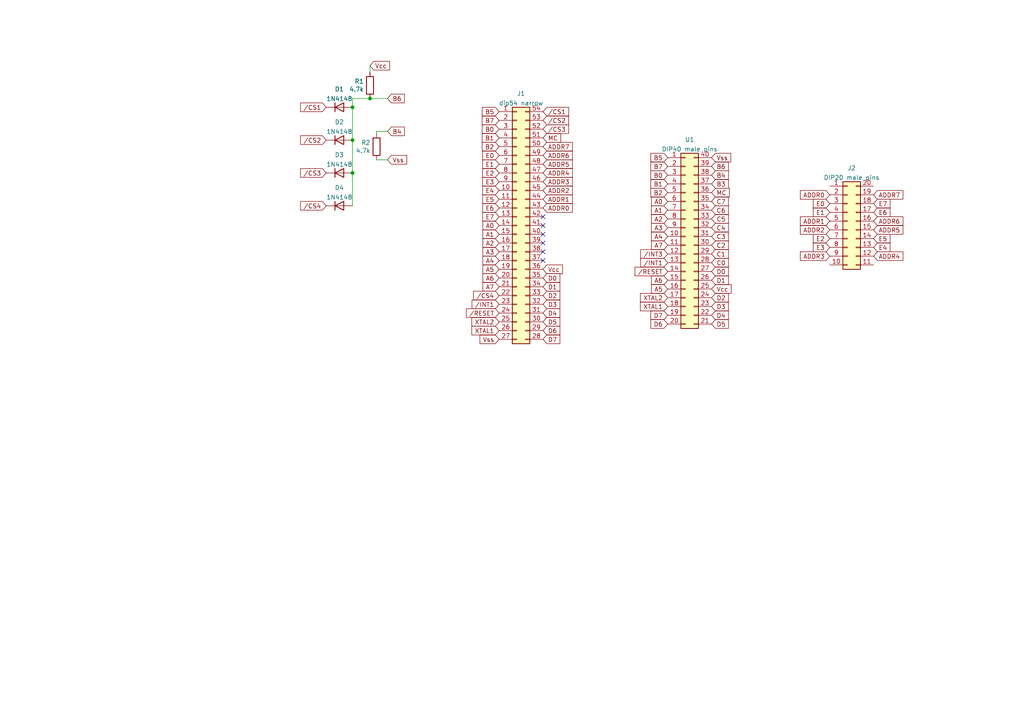
<source format=kicad_sch>
(kicad_sch (version 20211123) (generator eeschema)
  (paper "A4")
  (lib_symbols
    (symbol "Connector_Generic:Conn_02x10_Counter_Clockwise" (pin_names (offset 1.016) hide)
      (property "Reference" "J" (at 1.27 12.7 0))
      (property "Value" "Conn_02x10_Counter_Clockwise" (at 1.27 -15.24 0))
      (symbol "Conn_02x10_Counter_Clockwise_1_1"
        (rectangle (start -1.27 -12.573) (end 0 -12.827) (stroke (width 0.1524)))
        (rectangle (start -1.27 -10.033) (end 0 -10.287) (stroke (width 0.1524)))
        (rectangle (start -1.27 -7.493) (end 0 -7.747) (stroke (width 0.1524)))
        (rectangle (start -1.27 -4.953) (end 0 -5.207) (stroke (width 0.1524)))
        (rectangle (start -1.27 -2.413) (end 0 -2.667) (stroke (width 0.1524)))
        (rectangle (start -1.27 0.127) (end 0 -0.127) (stroke (width 0.1524)))
        (rectangle (start -1.27 2.667) (end 0 2.413) (stroke (width 0.1524)))
        (rectangle (start -1.27 5.207) (end 0 4.953) (stroke (width 0.1524)))
        (rectangle (start -1.27 7.747) (end 0 7.493) (stroke (width 0.1524)))
        (rectangle (start -1.27 10.287) (end 0 10.033) (stroke (width 0.1524)))
        (rectangle (start -1.27 11.43) (end 3.81 -13.97) (stroke (width 0.254)) (fill (type background)))
        (rectangle (start 3.81 -12.573) (end 2.54 -12.827) (stroke (width 0.1524)))
        (rectangle (start 3.81 -10.033) (end 2.54 -10.287) (stroke (width 0.1524)))
        (rectangle (start 3.81 -7.493) (end 2.54 -7.747) (stroke (width 0.1524)))
        (rectangle (start 3.81 -4.953) (end 2.54 -5.207) (stroke (width 0.1524)))
        (rectangle (start 3.81 -2.413) (end 2.54 -2.667) (stroke (width 0.1524)))
        (rectangle (start 3.81 0.127) (end 2.54 -0.127) (stroke (width 0.1524)))
        (rectangle (start 3.81 2.667) (end 2.54 2.413) (stroke (width 0.1524)))
        (rectangle (start 3.81 5.207) (end 2.54 4.953) (stroke (width 0.1524)))
        (rectangle (start 3.81 7.747) (end 2.54 7.493) (stroke (width 0.1524)))
        (rectangle (start 3.81 10.287) (end 2.54 10.033) (stroke (width 0.1524)))
        (pin passive line (at -5.08 10.16 0) (length 3.81) (name "Pin_1") (number "1"))
        (pin passive line (at -5.08 -12.7 0) (length 3.81) (name "Pin_10") (number "10"))
        (pin passive line (at 7.62 -12.7 180) (length 3.81) (name "Pin_11") (number "11"))
        (pin passive line (at 7.62 -10.16 180) (length 3.81) (name "Pin_12") (number "12"))
        (pin passive line (at 7.62 -7.62 180) (length 3.81) (name "Pin_13") (number "13"))
        (pin passive line (at 7.62 -5.08 180) (length 3.81) (name "Pin_14") (number "14"))
        (pin passive line (at 7.62 -2.54 180) (length 3.81) (name "Pin_15") (number "15"))
        (pin passive line (at 7.62 0 180) (length 3.81) (name "Pin_16") (number "16"))
        (pin passive line (at 7.62 2.54 180) (length 3.81) (name "Pin_17") (number "17"))
        (pin passive line (at 7.62 5.08 180) (length 3.81) (name "Pin_18") (number "18"))
        (pin passive line (at 7.62 7.62 180) (length 3.81) (name "Pin_19") (number "19"))
        (pin passive line (at -5.08 7.62 0) (length 3.81) (name "Pin_2") (number "2"))
        (pin passive line (at 7.62 10.16 180) (length 3.81) (name "Pin_20") (number "20"))
        (pin passive line (at -5.08 5.08 0) (length 3.81) (name "Pin_3") (number "3"))
        (pin passive line (at -5.08 2.54 0) (length 3.81) (name "Pin_4") (number "4"))
        (pin passive line (at -5.08 0 0) (length 3.81) (name "Pin_5") (number "5"))
        (pin passive line (at -5.08 -2.54 0) (length 3.81) (name "Pin_6") (number "6"))
        (pin passive line (at -5.08 -5.08 0) (length 3.81) (name "Pin_7") (number "7"))
        (pin passive line (at -5.08 -7.62 0) (length 3.81) (name "Pin_8") (number "8"))
        (pin passive line (at -5.08 -10.16 0) (length 3.81) (name "Pin_9") (number "9"))
      )
    )
    (symbol "Connector_Generic:Conn_02x20_Counter_Clockwise" (pin_names (offset 1.016) hide)
      (property "Reference" "J" (at 1.27 25.4 0))
      (property "Value" "Conn_02x20_Counter_Clockwise" (at 1.27 -27.94 0))
      (symbol "Conn_02x20_Counter_Clockwise_1_1"
        (rectangle (start -1.27 -25.273) (end 0 -25.527) (stroke (width 0.1524)))
        (rectangle (start -1.27 -22.733) (end 0 -22.987) (stroke (width 0.1524)))
        (rectangle (start -1.27 -20.193) (end 0 -20.447) (stroke (width 0.1524)))
        (rectangle (start -1.27 -17.653) (end 0 -17.907) (stroke (width 0.1524)))
        (rectangle (start -1.27 -15.113) (end 0 -15.367) (stroke (width 0.1524)))
        (rectangle (start -1.27 -12.573) (end 0 -12.827) (stroke (width 0.1524)))
        (rectangle (start -1.27 -10.033) (end 0 -10.287) (stroke (width 0.1524)))
        (rectangle (start -1.27 -7.493) (end 0 -7.747) (stroke (width 0.1524)))
        (rectangle (start -1.27 -4.953) (end 0 -5.207) (stroke (width 0.1524)))
        (rectangle (start -1.27 -2.413) (end 0 -2.667) (stroke (width 0.1524)))
        (rectangle (start -1.27 0.127) (end 0 -0.127) (stroke (width 0.1524)))
        (rectangle (start -1.27 2.667) (end 0 2.413) (stroke (width 0.1524)))
        (rectangle (start -1.27 5.207) (end 0 4.953) (stroke (width 0.1524)))
        (rectangle (start -1.27 7.747) (end 0 7.493) (stroke (width 0.1524)))
        (rectangle (start -1.27 10.287) (end 0 10.033) (stroke (width 0.1524)))
        (rectangle (start -1.27 12.827) (end 0 12.573) (stroke (width 0.1524)))
        (rectangle (start -1.27 15.367) (end 0 15.113) (stroke (width 0.1524)))
        (rectangle (start -1.27 17.907) (end 0 17.653) (stroke (width 0.1524)))
        (rectangle (start -1.27 20.447) (end 0 20.193) (stroke (width 0.1524)))
        (rectangle (start -1.27 22.987) (end 0 22.733) (stroke (width 0.1524)))
        (rectangle (start -1.27 24.13) (end 3.81 -26.67) (stroke (width 0.254)) (fill (type background)))
        (rectangle (start 3.81 -25.273) (end 2.54 -25.527) (stroke (width 0.1524)))
        (rectangle (start 3.81 -22.733) (end 2.54 -22.987) (stroke (width 0.1524)))
        (rectangle (start 3.81 -20.193) (end 2.54 -20.447) (stroke (width 0.1524)))
        (rectangle (start 3.81 -17.653) (end 2.54 -17.907) (stroke (width 0.1524)))
        (rectangle (start 3.81 -15.113) (end 2.54 -15.367) (stroke (width 0.1524)))
        (rectangle (start 3.81 -12.573) (end 2.54 -12.827) (stroke (width 0.1524)))
        (rectangle (start 3.81 -10.033) (end 2.54 -10.287) (stroke (width 0.1524)))
        (rectangle (start 3.81 -7.493) (end 2.54 -7.747) (stroke (width 0.1524)))
        (rectangle (start 3.81 -4.953) (end 2.54 -5.207) (stroke (width 0.1524)))
        (rectangle (start 3.81 -2.413) (end 2.54 -2.667) (stroke (width 0.1524)))
        (rectangle (start 3.81 0.127) (end 2.54 -0.127) (stroke (width 0.1524)))
        (rectangle (start 3.81 2.667) (end 2.54 2.413) (stroke (width 0.1524)))
        (rectangle (start 3.81 5.207) (end 2.54 4.953) (stroke (width 0.1524)))
        (rectangle (start 3.81 7.747) (end 2.54 7.493) (stroke (width 0.1524)))
        (rectangle (start 3.81 10.287) (end 2.54 10.033) (stroke (width 0.1524)))
        (rectangle (start 3.81 12.827) (end 2.54 12.573) (stroke (width 0.1524)))
        (rectangle (start 3.81 15.367) (end 2.54 15.113) (stroke (width 0.1524)))
        (rectangle (start 3.81 17.907) (end 2.54 17.653) (stroke (width 0.1524)))
        (rectangle (start 3.81 20.447) (end 2.54 20.193) (stroke (width 0.1524)))
        (rectangle (start 3.81 22.987) (end 2.54 22.733) (stroke (width 0.1524)))
        (pin passive line (at -5.08 22.86 0) (length 3.81) (name "Pin_1") (number "1"))
        (pin passive line (at -5.08 0 0) (length 3.81) (name "Pin_10") (number "10"))
        (pin passive line (at -5.08 -2.54 0) (length 3.81) (name "Pin_11") (number "11"))
        (pin passive line (at -5.08 -5.08 0) (length 3.81) (name "Pin_12") (number "12"))
        (pin passive line (at -5.08 -7.62 0) (length 3.81) (name "Pin_13") (number "13"))
        (pin passive line (at -5.08 -10.16 0) (length 3.81) (name "Pin_14") (number "14"))
        (pin passive line (at -5.08 -12.7 0) (length 3.81) (name "Pin_15") (number "15"))
        (pin passive line (at -5.08 -15.24 0) (length 3.81) (name "Pin_16") (number "16"))
        (pin passive line (at -5.08 -17.78 0) (length 3.81) (name "Pin_17") (number "17"))
        (pin passive line (at -5.08 -20.32 0) (length 3.81) (name "Pin_18") (number "18"))
        (pin passive line (at -5.08 -22.86 0) (length 3.81) (name "Pin_19") (number "19"))
        (pin passive line (at -5.08 20.32 0) (length 3.81) (name "Pin_2") (number "2"))
        (pin passive line (at -5.08 -25.4 0) (length 3.81) (name "Pin_20") (number "20"))
        (pin passive line (at 7.62 -25.4 180) (length 3.81) (name "Pin_21") (number "21"))
        (pin passive line (at 7.62 -22.86 180) (length 3.81) (name "Pin_22") (number "22"))
        (pin passive line (at 7.62 -20.32 180) (length 3.81) (name "Pin_23") (number "23"))
        (pin passive line (at 7.62 -17.78 180) (length 3.81) (name "Pin_24") (number "24"))
        (pin passive line (at 7.62 -15.24 180) (length 3.81) (name "Pin_25") (number "25"))
        (pin passive line (at 7.62 -12.7 180) (length 3.81) (name "Pin_26") (number "26"))
        (pin passive line (at 7.62 -10.16 180) (length 3.81) (name "Pin_27") (number "27"))
        (pin passive line (at 7.62 -7.62 180) (length 3.81) (name "Pin_28") (number "28"))
        (pin passive line (at 7.62 -5.08 180) (length 3.81) (name "Pin_29") (number "29"))
        (pin passive line (at -5.08 17.78 0) (length 3.81) (name "Pin_3") (number "3"))
        (pin passive line (at 7.62 -2.54 180) (length 3.81) (name "Pin_30") (number "30"))
        (pin passive line (at 7.62 0 180) (length 3.81) (name "Pin_31") (number "31"))
        (pin passive line (at 7.62 2.54 180) (length 3.81) (name "Pin_32") (number "32"))
        (pin passive line (at 7.62 5.08 180) (length 3.81) (name "Pin_33") (number "33"))
        (pin passive line (at 7.62 7.62 180) (length 3.81) (name "Pin_34") (number "34"))
        (pin passive line (at 7.62 10.16 180) (length 3.81) (name "Pin_35") (number "35"))
        (pin passive line (at 7.62 12.7 180) (length 3.81) (name "Pin_36") (number "36"))
        (pin passive line (at 7.62 15.24 180) (length 3.81) (name "Pin_37") (number "37"))
        (pin passive line (at 7.62 17.78 180) (length 3.81) (name "Pin_38") (number "38"))
        (pin passive line (at 7.62 20.32 180) (length 3.81) (name "Pin_39") (number "39"))
        (pin passive line (at -5.08 15.24 0) (length 3.81) (name "Pin_4") (number "4"))
        (pin passive line (at 7.62 22.86 180) (length 3.81) (name "Pin_40") (number "40"))
        (pin passive line (at -5.08 12.7 0) (length 3.81) (name "Pin_5") (number "5"))
        (pin passive line (at -5.08 10.16 0) (length 3.81) (name "Pin_6") (number "6"))
        (pin passive line (at -5.08 7.62 0) (length 3.81) (name "Pin_7") (number "7"))
        (pin passive line (at -5.08 5.08 0) (length 3.81) (name "Pin_8") (number "8"))
        (pin passive line (at -5.08 2.54 0) (length 3.81) (name "Pin_9") (number "9"))
      )
    )
    (symbol "Connector_Generic:Conn_02x27_Counter_Clockwise" (pin_names (offset 1.016) hide)
      (property "Reference" "J" (at 1.27 35.56 0))
      (property "Value" "Conn_02x27_Counter_Clockwise" (at 1.27 -35.56 0))
      (symbol "Conn_02x27_Counter_Clockwise_1_1"
        (rectangle (start -1.27 -32.893) (end 0 -33.147) (stroke (width 0.1524)))
        (rectangle (start -1.27 -30.353) (end 0 -30.607) (stroke (width 0.1524)))
        (rectangle (start -1.27 -27.813) (end 0 -28.067) (stroke (width 0.1524)))
        (rectangle (start -1.27 -25.273) (end 0 -25.527) (stroke (width 0.1524)))
        (rectangle (start -1.27 -22.733) (end 0 -22.987) (stroke (width 0.1524)))
        (rectangle (start -1.27 -20.193) (end 0 -20.447) (stroke (width 0.1524)))
        (rectangle (start -1.27 -17.653) (end 0 -17.907) (stroke (width 0.1524)))
        (rectangle (start -1.27 -15.113) (end 0 -15.367) (stroke (width 0.1524)))
        (rectangle (start -1.27 -12.573) (end 0 -12.827) (stroke (width 0.1524)))
        (rectangle (start -1.27 -10.033) (end 0 -10.287) (stroke (width 0.1524)))
        (rectangle (start -1.27 -7.493) (end 0 -7.747) (stroke (width 0.1524)))
        (rectangle (start -1.27 -4.953) (end 0 -5.207) (stroke (width 0.1524)))
        (rectangle (start -1.27 -2.413) (end 0 -2.667) (stroke (width 0.1524)))
        (rectangle (start -1.27 0.127) (end 0 -0.127) (stroke (width 0.1524)))
        (rectangle (start -1.27 2.667) (end 0 2.413) (stroke (width 0.1524)))
        (rectangle (start -1.27 5.207) (end 0 4.953) (stroke (width 0.1524)))
        (rectangle (start -1.27 7.747) (end 0 7.493) (stroke (width 0.1524)))
        (rectangle (start -1.27 10.287) (end 0 10.033) (stroke (width 0.1524)))
        (rectangle (start -1.27 12.827) (end 0 12.573) (stroke (width 0.1524)))
        (rectangle (start -1.27 15.367) (end 0 15.113) (stroke (width 0.1524)))
        (rectangle (start -1.27 17.907) (end 0 17.653) (stroke (width 0.1524)))
        (rectangle (start -1.27 20.447) (end 0 20.193) (stroke (width 0.1524)))
        (rectangle (start -1.27 22.987) (end 0 22.733) (stroke (width 0.1524)))
        (rectangle (start -1.27 25.527) (end 0 25.273) (stroke (width 0.1524)))
        (rectangle (start -1.27 28.067) (end 0 27.813) (stroke (width 0.1524)))
        (rectangle (start -1.27 30.607) (end 0 30.353) (stroke (width 0.1524)))
        (rectangle (start -1.27 33.147) (end 0 32.893) (stroke (width 0.1524)))
        (rectangle (start -1.27 34.29) (end 3.81 -34.29) (stroke (width 0.254)) (fill (type background)))
        (rectangle (start 3.81 -32.893) (end 2.54 -33.147) (stroke (width 0.1524)))
        (rectangle (start 3.81 -30.353) (end 2.54 -30.607) (stroke (width 0.1524)))
        (rectangle (start 3.81 -27.813) (end 2.54 -28.067) (stroke (width 0.1524)))
        (rectangle (start 3.81 -25.273) (end 2.54 -25.527) (stroke (width 0.1524)))
        (rectangle (start 3.81 -22.733) (end 2.54 -22.987) (stroke (width 0.1524)))
        (rectangle (start 3.81 -20.193) (end 2.54 -20.447) (stroke (width 0.1524)))
        (rectangle (start 3.81 -17.653) (end 2.54 -17.907) (stroke (width 0.1524)))
        (rectangle (start 3.81 -15.113) (end 2.54 -15.367) (stroke (width 0.1524)))
        (rectangle (start 3.81 -12.573) (end 2.54 -12.827) (stroke (width 0.1524)))
        (rectangle (start 3.81 -10.033) (end 2.54 -10.287) (stroke (width 0.1524)))
        (rectangle (start 3.81 -7.493) (end 2.54 -7.747) (stroke (width 0.1524)))
        (rectangle (start 3.81 -4.953) (end 2.54 -5.207) (stroke (width 0.1524)))
        (rectangle (start 3.81 -2.413) (end 2.54 -2.667) (stroke (width 0.1524)))
        (rectangle (start 3.81 0.127) (end 2.54 -0.127) (stroke (width 0.1524)))
        (rectangle (start 3.81 2.667) (end 2.54 2.413) (stroke (width 0.1524)))
        (rectangle (start 3.81 5.207) (end 2.54 4.953) (stroke (width 0.1524)))
        (rectangle (start 3.81 7.747) (end 2.54 7.493) (stroke (width 0.1524)))
        (rectangle (start 3.81 10.287) (end 2.54 10.033) (stroke (width 0.1524)))
        (rectangle (start 3.81 12.827) (end 2.54 12.573) (stroke (width 0.1524)))
        (rectangle (start 3.81 15.367) (end 2.54 15.113) (stroke (width 0.1524)))
        (rectangle (start 3.81 17.907) (end 2.54 17.653) (stroke (width 0.1524)))
        (rectangle (start 3.81 20.447) (end 2.54 20.193) (stroke (width 0.1524)))
        (rectangle (start 3.81 22.987) (end 2.54 22.733) (stroke (width 0.1524)))
        (rectangle (start 3.81 25.527) (end 2.54 25.273) (stroke (width 0.1524)))
        (rectangle (start 3.81 28.067) (end 2.54 27.813) (stroke (width 0.1524)))
        (rectangle (start 3.81 30.607) (end 2.54 30.353) (stroke (width 0.1524)))
        (rectangle (start 3.81 33.147) (end 2.54 32.893) (stroke (width 0.1524)))
        (pin passive line (at -5.08 33.02 0) (length 3.81) (name "Pin_1") (number "1"))
        (pin passive line (at -5.08 10.16 0) (length 3.81) (name "Pin_10") (number "10"))
        (pin passive line (at -5.08 7.62 0) (length 3.81) (name "Pin_11") (number "11"))
        (pin passive line (at -5.08 5.08 0) (length 3.81) (name "Pin_12") (number "12"))
        (pin passive line (at -5.08 2.54 0) (length 3.81) (name "Pin_13") (number "13"))
        (pin passive line (at -5.08 0 0) (length 3.81) (name "Pin_14") (number "14"))
        (pin passive line (at -5.08 -2.54 0) (length 3.81) (name "Pin_15") (number "15"))
        (pin passive line (at -5.08 -5.08 0) (length 3.81) (name "Pin_16") (number "16"))
        (pin passive line (at -5.08 -7.62 0) (length 3.81) (name "Pin_17") (number "17"))
        (pin passive line (at -5.08 -10.16 0) (length 3.81) (name "Pin_18") (number "18"))
        (pin passive line (at -5.08 -12.7 0) (length 3.81) (name "Pin_19") (number "19"))
        (pin passive line (at -5.08 30.48 0) (length 3.81) (name "Pin_2") (number "2"))
        (pin passive line (at -5.08 -15.24 0) (length 3.81) (name "Pin_20") (number "20"))
        (pin passive line (at -5.08 -17.78 0) (length 3.81) (name "Pin_21") (number "21"))
        (pin passive line (at -5.08 -20.32 0) (length 3.81) (name "Pin_22") (number "22"))
        (pin passive line (at -5.08 -22.86 0) (length 3.81) (name "Pin_23") (number "23"))
        (pin passive line (at -5.08 -25.4 0) (length 3.81) (name "Pin_24") (number "24"))
        (pin passive line (at -5.08 -27.94 0) (length 3.81) (name "Pin_25") (number "25"))
        (pin passive line (at -5.08 -30.48 0) (length 3.81) (name "Pin_26") (number "26"))
        (pin passive line (at -5.08 -33.02 0) (length 3.81) (name "Pin_27") (number "27"))
        (pin passive line (at 7.62 -33.02 180) (length 3.81) (name "Pin_28") (number "28"))
        (pin passive line (at 7.62 -30.48 180) (length 3.81) (name "Pin_29") (number "29"))
        (pin passive line (at -5.08 27.94 0) (length 3.81) (name "Pin_3") (number "3"))
        (pin passive line (at 7.62 -27.94 180) (length 3.81) (name "Pin_30") (number "30"))
        (pin passive line (at 7.62 -25.4 180) (length 3.81) (name "Pin_31") (number "31"))
        (pin passive line (at 7.62 -22.86 180) (length 3.81) (name "Pin_32") (number "32"))
        (pin passive line (at 7.62 -20.32 180) (length 3.81) (name "Pin_33") (number "33"))
        (pin passive line (at 7.62 -17.78 180) (length 3.81) (name "Pin_34") (number "34"))
        (pin passive line (at 7.62 -15.24 180) (length 3.81) (name "Pin_35") (number "35"))
        (pin passive line (at 7.62 -12.7 180) (length 3.81) (name "Pin_36") (number "36"))
        (pin passive line (at 7.62 -10.16 180) (length 3.81) (name "Pin_37") (number "37"))
        (pin passive line (at 7.62 -7.62 180) (length 3.81) (name "Pin_38") (number "38"))
        (pin passive line (at 7.62 -5.08 180) (length 3.81) (name "Pin_39") (number "39"))
        (pin passive line (at -5.08 25.4 0) (length 3.81) (name "Pin_4") (number "4"))
        (pin passive line (at 7.62 -2.54 180) (length 3.81) (name "Pin_40") (number "40"))
        (pin passive line (at 7.62 0 180) (length 3.81) (name "Pin_41") (number "41"))
        (pin passive line (at 7.62 2.54 180) (length 3.81) (name "Pin_42") (number "42"))
        (pin passive line (at 7.62 5.08 180) (length 3.81) (name "Pin_43") (number "43"))
        (pin passive line (at 7.62 7.62 180) (length 3.81) (name "Pin_44") (number "44"))
        (pin passive line (at 7.62 10.16 180) (length 3.81) (name "Pin_45") (number "45"))
        (pin passive line (at 7.62 12.7 180) (length 3.81) (name "Pin_46") (number "46"))
        (pin passive line (at 7.62 15.24 180) (length 3.81) (name "Pin_47") (number "47"))
        (pin passive line (at 7.62 17.78 180) (length 3.81) (name "Pin_48") (number "48"))
        (pin passive line (at 7.62 20.32 180) (length 3.81) (name "Pin_49") (number "49"))
        (pin passive line (at -5.08 22.86 0) (length 3.81) (name "Pin_5") (number "5"))
        (pin passive line (at 7.62 22.86 180) (length 3.81) (name "Pin_50") (number "50"))
        (pin passive line (at 7.62 25.4 180) (length 3.81) (name "Pin_51") (number "51"))
        (pin passive line (at 7.62 27.94 180) (length 3.81) (name "Pin_52") (number "52"))
        (pin passive line (at 7.62 30.48 180) (length 3.81) (name "Pin_53") (number "53"))
        (pin passive line (at 7.62 33.02 180) (length 3.81) (name "Pin_54") (number "54"))
        (pin passive line (at -5.08 20.32 0) (length 3.81) (name "Pin_6") (number "6"))
        (pin passive line (at -5.08 17.78 0) (length 3.81) (name "Pin_7") (number "7"))
        (pin passive line (at -5.08 15.24 0) (length 3.81) (name "Pin_8") (number "8"))
        (pin passive line (at -5.08 12.7 0) (length 3.81) (name "Pin_9") (number "9"))
      )
    )
    (symbol "Device:R" (pin_numbers hide) (pin_names (offset 0))
      (property "Reference" "R" (at 2.032 0 90))
      (property "Value" "R" (at 0 0 90))
      (symbol "R_0_1"
        (rectangle (start -1.016 -2.54) (end 1.016 2.54) (stroke (width 0.254)))
      )
      (symbol "R_1_1"
        (pin passive line (at 0 3.81 270) (length 1.27) (name "~") (number "1"))
        (pin passive line (at 0 -3.81 90) (length 1.27) (name "~") (number "2"))
      )
    )
    (symbol "Diode:1N4148" (pin_numbers hide) (pin_names (offset 1.016) hide)
      (property "Reference" "D" (at 0 2.54 0))
      (property "Value" "1N4148" (at 0 -2.54 0))
      (symbol "1N4148_0_1"
        (polyline (pts (xy -1.27 1.27) (xy -1.27 -1.27)) (stroke (width 0.254)))
        (polyline (pts (xy 1.27 0) (xy -1.27 0)))
        (polyline (pts (xy 1.27 1.27) (xy 1.27 -1.27) (xy -1.27 0) (xy 1.27 1.27)) (stroke (width 0.254)))
      )
      (symbol "1N4148_1_1"
        (pin passive line (at -3.81 0 0) (length 2.54) (name "K") (number "1"))
        (pin passive line (at 3.81 0 180) (length 2.54) (name "A") (number "2"))
      )
    )
  )
  (junction (at 102.235 40.64))
  (junction (at 102.235 31.115))
  (junction (at 102.235 50.165))
  (junction (at 107.315 28.575))
  (no_connect (at 157.48 62.865))
  (no_connect (at 157.48 65.405))
  (no_connect (at 157.48 67.945))
  (no_connect (at 157.48 70.485))
  (no_connect (at 157.48 73.025))
  (no_connect (at 157.48 75.565))
  (wire (pts (xy 109.22 38.1) (xy 112.395 38.1)))
  (wire (pts (xy 102.235 50.165) (xy 102.235 40.64)))
  (wire (pts (xy 107.315 28.575) (xy 112.395 28.575)))
  (wire (pts (xy 107.315 19.05) (xy 107.315 20.955)))
  (wire (pts (xy 102.235 28.575) (xy 107.315 28.575)))
  (wire (pts (xy 102.235 31.115) (xy 102.235 28.575)))
  (wire (pts (xy 109.22 38.735) (xy 109.22 38.1)))
  (wire (pts (xy 112.395 46.355) (xy 109.22 46.355)))
  (wire (pts (xy 102.235 40.64) (xy 102.235 31.115)))
  (wire (pts (xy 102.235 59.69) (xy 102.235 50.165)))
  (global_label "B2" (shape input) (at 144.78 42.545 180) (property "Intersheet References" "${INTERSHEET_REFS}" (effects hide)))
  (global_label "E2" (shape input) (at 240.665 69.215 180) (property "Intersheet References" "${INTERSHEET_REFS}" (effects hide)))
  (global_label "E2" (shape input) (at 144.78 50.165 180) (property "Intersheet References" "${INTERSHEET_REFS}" (effects hide)))
  (global_label "A5" (shape input) (at 144.78 78.105 180) (property "Intersheet References" "${INTERSHEET_REFS}" (effects hide)))
  (global_label "D7" (shape input) (at 193.675 91.44 180) (property "Intersheet References" "${INTERSHEET_REFS}" (effects hide)))
  (global_label "E0" (shape input) (at 144.78 45.085 180) (property "Intersheet References" "${INTERSHEET_REFS}" (effects hide)))
  (global_label "B2" (shape input) (at 193.675 55.88 180) (property "Intersheet References" "${INTERSHEET_REFS}" (effects hide)))
  (global_label "B1" (shape input) (at 144.78 40.005 180) (property "Intersheet References" "${INTERSHEET_REFS}" (effects hide)))
  (global_label "B1" (shape input) (at 193.675 53.34 180) (property "Intersheet References" "${INTERSHEET_REFS}" (effects hide)))
  (global_label "A6" (shape input) (at 144.78 80.645 180) (property "Intersheet References" "${INTERSHEET_REFS}" (effects hide)))
  (global_label "C6" (shape input) (at 206.375 60.96 0) (property "Intersheet References" "${INTERSHEET_REFS}" (effects hide)))
  (global_label "D6" (shape input) (at 157.48 95.885 0) (property "Intersheet References" "${INTERSHEET_REFS}" (effects hide)))
  (global_label "B0" (shape input) (at 193.675 50.8 180) (property "Intersheet References" "${INTERSHEET_REFS}" (effects hide)))
  (global_label "D3" (shape input) (at 157.48 88.265 0) (property "Intersheet References" "${INTERSHEET_REFS}" (effects hide)))
  (global_label "{slash}CS2" (shape input) (at 94.615 40.64 180) (property "Intersheet References" "${INTERSHEET_REFS}" (effects hide)))
  (global_label "XTAL2" (shape input) (at 144.78 93.345 180) (property "Intersheet References" "${INTERSHEET_REFS}" (effects hide)))
  (global_label "D6" (shape input) (at 193.675 93.98 180) (property "Intersheet References" "${INTERSHEET_REFS}" (effects hide)))
  (global_label "D0" (shape input) (at 206.375 78.74 0) (property "Intersheet References" "${INTERSHEET_REFS}" (effects hide)))
  (global_label "ADDR2" (shape input) (at 240.665 66.675 180) (property "Intersheet References" "${INTERSHEET_REFS}" (effects hide)))
  (global_label "E3" (shape input) (at 144.78 52.705 180) (property "Intersheet References" "${INTERSHEET_REFS}" (effects hide)))
  (global_label "A4" (shape input) (at 193.675 68.58 180) (property "Intersheet References" "${INTERSHEET_REFS}" (effects hide)))
  (global_label "C7" (shape input) (at 206.375 58.42 0) (property "Intersheet References" "${INTERSHEET_REFS}" (effects hide)))
  (global_label "A3" (shape input) (at 144.78 73.025 180) (property "Intersheet References" "${INTERSHEET_REFS}" (effects hide)))
  (global_label "{slash}CS4" (shape input) (at 94.615 59.69 180) (property "Intersheet References" "${INTERSHEET_REFS}" (effects hide)))
  (global_label "B7" (shape input) (at 144.78 34.925 180) (property "Intersheet References" "${INTERSHEET_REFS}" (effects hide)))
  (global_label "ADDR2" (shape input) (at 157.48 55.245 0) (property "Intersheet References" "${INTERSHEET_REFS}" (effects hide)))
  (global_label "D5" (shape input) (at 157.48 93.345 0) (property "Intersheet References" "${INTERSHEET_REFS}" (effects hide)))
  (global_label "XTAL1" (shape input) (at 193.675 88.9 180) (property "Intersheet References" "${INTERSHEET_REFS}" (effects hide)))
  (global_label "D2" (shape input) (at 157.48 85.725 0) (property "Intersheet References" "${INTERSHEET_REFS}" (effects hide)))
  (global_label "ADDR4" (shape input) (at 253.365 74.295 0) (property "Intersheet References" "${INTERSHEET_REFS}" (effects hide)))
  (global_label "E7" (shape input) (at 144.78 62.865 180) (property "Intersheet References" "${INTERSHEET_REFS}" (effects hide)))
  (global_label "{slash}CS3" (shape input) (at 94.615 50.165 180) (property "Intersheet References" "${INTERSHEET_REFS}" (effects hide)))
  (global_label "D4" (shape input) (at 206.375 91.44 0) (property "Intersheet References" "${INTERSHEET_REFS}" (effects hide)))
  (global_label "D4" (shape input) (at 157.48 90.805 0) (property "Intersheet References" "${INTERSHEET_REFS}" (effects hide)))
  (global_label "ADDR4" (shape input) (at 157.48 50.165 0) (property "Intersheet References" "${INTERSHEET_REFS}" (effects hide)))
  (global_label "D5" (shape input) (at 206.375 93.98 0) (property "Intersheet References" "${INTERSHEET_REFS}" (effects hide)))
  (global_label "{slash}CS1" (shape input) (at 94.615 31.115 180) (property "Intersheet References" "${INTERSHEET_REFS}" (effects hide)))
  (global_label "ADDR0" (shape input) (at 157.48 60.325 0) (property "Intersheet References" "${INTERSHEET_REFS}" (effects hide)))
  (global_label "D1" (shape input) (at 206.375 81.28 0) (property "Intersheet References" "${INTERSHEET_REFS}" (effects hide)))
  (global_label "B7" (shape input) (at 193.675 48.26 180) (property "Intersheet References" "${INTERSHEET_REFS}" (effects hide)))
  (global_label "MC" (shape input) (at 157.48 40.005 0) (property "Intersheet References" "${INTERSHEET_REFS}" (effects hide)))
  (global_label "MC" (shape input) (at 206.375 55.88 0) (property "Intersheet References" "${INTERSHEET_REFS}" (effects hide)))
  (global_label "ADDR5" (shape input) (at 253.365 66.675 0) (property "Intersheet References" "${INTERSHEET_REFS}" (effects hide)))
  (global_label "ADDR1" (shape input) (at 157.48 57.785 0) (property "Intersheet References" "${INTERSHEET_REFS}" (effects hide)))
  (global_label "ADDR3" (shape input) (at 240.665 74.295 180) (property "Intersheet References" "${INTERSHEET_REFS}" (effects hide)))
  (global_label "B3" (shape input) (at 206.375 53.34 0) (property "Intersheet References" "${INTERSHEET_REFS}" (effects hide)))
  (global_label "{slash}CS4" (shape input) (at 144.78 85.725 180) (property "Intersheet References" "${INTERSHEET_REFS}" (effects hide)))
  (global_label "D7" (shape input) (at 157.48 98.425 0) (property "Intersheet References" "${INTERSHEET_REFS}" (effects hide)))
  (global_label "ADDR1" (shape input) (at 240.665 64.135 180) (property "Intersheet References" "${INTERSHEET_REFS}" (effects hide)))
  (global_label "C1" (shape input) (at 206.375 73.66 0) (property "Intersheet References" "${INTERSHEET_REFS}" (effects hide)))
  (global_label "B4" (shape input) (at 206.375 50.8 0) (property "Intersheet References" "${INTERSHEET_REFS}" (effects hide)))
  (global_label "A2" (shape input) (at 144.78 70.485 180) (property "Intersheet References" "${INTERSHEET_REFS}" (effects hide)))
  (global_label "ADDR7" (shape input) (at 253.365 56.515 0) (property "Intersheet References" "${INTERSHEET_REFS}" (effects hide)))
  (global_label "A0" (shape input) (at 144.78 65.405 180) (property "Intersheet References" "${INTERSHEET_REFS}" (effects hide)))
  (global_label "A7" (shape input) (at 144.78 83.185 180) (property "Intersheet References" "${INTERSHEET_REFS}" (effects hide)))
  (global_label "E3" (shape input) (at 240.665 71.755 180) (property "Intersheet References" "${INTERSHEET_REFS}" (effects hide)))
  (global_label "{slash}INT1" (shape input) (at 193.675 76.2 180) (property "Intersheet References" "${INTERSHEET_REFS}" (effects hide)))
  (global_label "A1" (shape input) (at 144.78 67.945 180) (property "Intersheet References" "${INTERSHEET_REFS}" (effects hide)))
  (global_label "D3" (shape input) (at 206.375 88.9 0) (property "Intersheet References" "${INTERSHEET_REFS}" (effects hide)))
  (global_label "C3" (shape input) (at 206.375 68.58 0) (property "Intersheet References" "${INTERSHEET_REFS}" (effects hide)))
  (global_label "A1" (shape input) (at 193.675 60.96 180) (property "Intersheet References" "${INTERSHEET_REFS}" (effects hide)))
  (global_label "A7" (shape input) (at 193.675 71.12 180) (property "Intersheet References" "${INTERSHEET_REFS}" (effects hide)))
  (global_label "{slash}INT3" (shape input) (at 193.675 73.66 180) (property "Intersheet References" "${INTERSHEET_REFS}" (effects hide)))
  (global_label "ADDR5" (shape input) (at 157.48 47.625 0) (property "Intersheet References" "${INTERSHEET_REFS}" (effects hide)))
  (global_label "Vss" (shape input) (at 206.375 45.72 0) (property "Intersheet References" "${INTERSHEET_REFS}" (effects hide)))
  (global_label "B5" (shape input) (at 144.78 32.385 180) (property "Intersheet References" "${INTERSHEET_REFS}" (effects hide)))
  (global_label "E5" (shape input) (at 253.365 69.215 0) (property "Intersheet References" "${INTERSHEET_REFS}" (effects hide)))
  (global_label "A3" (shape input) (at 193.675 66.04 180) (property "Intersheet References" "${INTERSHEET_REFS}" (effects hide)))
  (global_label "E1" (shape input) (at 240.665 61.595 180) (property "Intersheet References" "${INTERSHEET_REFS}" (effects hide)))
  (global_label "{slash}CS2" (shape input) (at 157.48 34.925 0) (property "Intersheet References" "${INTERSHEET_REFS}" (effects hide)))
  (global_label "B5" (shape input) (at 193.675 45.72 180) (property "Intersheet References" "${INTERSHEET_REFS}" (effects hide)))
  (global_label "E4" (shape input) (at 253.365 71.755 0) (property "Intersheet References" "${INTERSHEET_REFS}" (effects hide)))
  (global_label "XTAL2" (shape input) (at 193.675 86.36 180) (property "Intersheet References" "${INTERSHEET_REFS}" (effects hide)))
  (global_label "A5" (shape input) (at 193.675 83.82 180) (property "Intersheet References" "${INTERSHEET_REFS}" (effects hide)))
  (global_label "{slash}RESET" (shape input) (at 193.675 78.74 180) (property "Intersheet References" "${INTERSHEET_REFS}" (effects hide)))
  (global_label "{slash}RESET" (shape input) (at 144.78 90.805 180) (property "Intersheet References" "${INTERSHEET_REFS}" (effects hide)))
  (global_label "B6" (shape input) (at 206.375 48.26 0) (property "Intersheet References" "${INTERSHEET_REFS}" (effects hide)))
  (global_label "C4" (shape input) (at 206.375 66.04 0) (property "Intersheet References" "${INTERSHEET_REFS}" (effects hide)))
  (global_label "E4" (shape input) (at 144.78 55.245 180) (property "Intersheet References" "${INTERSHEET_REFS}" (effects hide)))
  (global_label "B6" (shape input) (at 112.395 28.575 0) (property "Intersheet References" "${INTERSHEET_REFS}" (effects hide)))
  (global_label "E5" (shape input) (at 144.78 57.785 180) (property "Intersheet References" "${INTERSHEET_REFS}" (effects hide)))
  (global_label "XTAL1" (shape input) (at 144.78 95.885 180) (property "Intersheet References" "${INTERSHEET_REFS}" (effects hide)))
  (global_label "Vcc" (shape input) (at 206.375 83.82 0) (property "Intersheet References" "${INTERSHEET_REFS}" (effects hide)))
  (global_label "Vss" (shape input) (at 144.78 98.425 180) (property "Intersheet References" "${INTERSHEET_REFS}" (effects hide)))
  (global_label "E6" (shape input) (at 144.78 60.325 180) (property "Intersheet References" "${INTERSHEET_REFS}" (effects hide)))
  (global_label "A0" (shape input) (at 193.675 58.42 180) (property "Intersheet References" "${INTERSHEET_REFS}" (effects hide)))
  (global_label "C5" (shape input) (at 206.375 63.5 0) (property "Intersheet References" "${INTERSHEET_REFS}" (effects hide)))
  (global_label "Vss" (shape input) (at 112.395 46.355 0) (property "Intersheet References" "${INTERSHEET_REFS}" (effects hide)))
  (global_label "A4" (shape input) (at 144.78 75.565 180) (property "Intersheet References" "${INTERSHEET_REFS}" (effects hide)))
  (global_label "ADDR6" (shape input) (at 157.48 45.085 0) (property "Intersheet References" "${INTERSHEET_REFS}" (effects hide)))
  (global_label "B4" (shape input) (at 112.395 38.1 0) (property "Intersheet References" "${INTERSHEET_REFS}" (effects hide)))
  (global_label "E7" (shape input) (at 253.365 59.055 0) (property "Intersheet References" "${INTERSHEET_REFS}" (effects hide)))
  (global_label "{slash}CS1" (shape input) (at 157.48 32.385 0) (property "Intersheet References" "${INTERSHEET_REFS}" (effects hide)))
  (global_label "D0" (shape input) (at 157.48 80.645 0) (property "Intersheet References" "${INTERSHEET_REFS}" (effects hide)))
  (global_label "A2" (shape input) (at 193.675 63.5 180) (property "Intersheet References" "${INTERSHEET_REFS}" (effects hide)))
  (global_label "C0" (shape input) (at 206.375 76.2 0) (property "Intersheet References" "${INTERSHEET_REFS}" (effects hide)))
  (global_label "ADDR6" (shape input) (at 253.365 64.135 0) (property "Intersheet References" "${INTERSHEET_REFS}" (effects hide)))
  (global_label "B0" (shape input) (at 144.78 37.465 180) (property "Intersheet References" "${INTERSHEET_REFS}" (effects hide)))
  (global_label "A6" (shape input) (at 193.675 81.28 180) (property "Intersheet References" "${INTERSHEET_REFS}" (effects hide)))
  (global_label "E0" (shape input) (at 240.665 59.055 180) (property "Intersheet References" "${INTERSHEET_REFS}" (effects hide)))
  (global_label "Vcc" (shape input) (at 157.48 78.105 0) (property "Intersheet References" "${INTERSHEET_REFS}" (effects hide)))
  (global_label "Vcc" (shape input) (at 107.315 19.05 0) (property "Intersheet References" "${INTERSHEET_REFS}" (effects hide)))
  (global_label "C2" (shape input) (at 206.375 71.12 0) (property "Intersheet References" "${INTERSHEET_REFS}" (effects hide)))
  (global_label "ADDR7" (shape input) (at 157.48 42.545 0) (property "Intersheet References" "${INTERSHEET_REFS}" (effects hide)))
  (global_label "E1" (shape input) (at 144.78 47.625 180) (property "Intersheet References" "${INTERSHEET_REFS}" (effects hide)))
  (global_label "{slash}CS3" (shape input) (at 157.48 37.465 0) (property "Intersheet References" "${INTERSHEET_REFS}" (effects hide)))
  (global_label "D1" (shape input) (at 157.48 83.185 0) (property "Intersheet References" "${INTERSHEET_REFS}" (effects hide)))
  (global_label "E6" (shape input) (at 253.365 61.595 0) (property "Intersheet References" "${INTERSHEET_REFS}" (effects hide)))
  (global_label "ADDR0" (shape input) (at 240.665 56.515 180) (property "Intersheet References" "${INTERSHEET_REFS}" (effects hide)))
  (global_label "D2" (shape input) (at 206.375 86.36 0) (property "Intersheet References" "${INTERSHEET_REFS}" (effects hide)))
  (global_label "{slash}INT1" (shape input) (at 144.78 88.265 180) (property "Intersheet References" "${INTERSHEET_REFS}" (effects hide)))
  (global_label "ADDR3" (shape input) (at 157.48 52.705 0) (property "Intersheet References" "${INTERSHEET_REFS}" (effects hide)))
  (symbol (lib_id "Diode:1N4148") (at 98.425 59.69 0) (unit 1)
    (property "Reference" "D4" (at 98.425 54.4535 0))
    (property "Value" "1N4148" (at 98.425 57.2286 0))
    (property "Footprint" "Diode_THT:D_DO-35_SOD27_P2.54mm_Vertical_AnodeUp" (effects hide))
    (property "Datasheet" "https://assets.nexperia.com/documents/data-sheet/1N4148_1N4448.pdf" (effects hide))
  )
  (symbol (lib_id "Diode:1N4148") (at 98.425 31.115 0) (unit 1)
    (property "Reference" "D1" (at 98.425 25.8785 0))
    (property "Value" "1N4148" (at 98.425 28.6536 0))
    (property "Footprint" "Diode_THT:D_DO-35_SOD27_P2.54mm_Vertical_AnodeUp" (effects hide))
    (property "Datasheet" "https://assets.nexperia.com/documents/data-sheet/1N4148_1N4448.pdf" (effects hide))
  )
  (symbol (lib_id "Connector_Generic:Conn_02x10_Counter_Clockwise") (at 245.745 64.135 0) (unit 1)
    (property "Reference" "J2" (at 247.015 48.7385 0))
    (property "Value" "DIP20 male pins" (at 247.015 51.5136 0))
    (property "Footprint" "Package_DIP:DIP-20_W7.62mm" (effects hide))
  )
  (symbol (lib_id "Connector_Generic:Conn_02x20_Counter_Clockwise") (at 198.755 68.58 0) (unit 1)
    (property "Reference" "U1" (at 200.025 40.4835 0))
    (property "Value" "DIP40 male pins" (at 200.025 43.2586 0))
    (property "Footprint" "Package_DIP:DIP-40_W15.24mm" (effects hide))
  )
  (symbol (lib_id "Device:R") (at 107.315 24.765 0) (mirror y) (unit 1)
    (property "Reference" "R1" (at 105.537 23.5966 0) (effects (justify left)))
    (property "Value" "4.7k" (at 105.537 25.908 0) (effects (justify left)))
    (property "Footprint" "Resistor_THT:R_Axial_DIN0207_L6.3mm_D2.5mm_P2.54mm_Vertical" (effects hide))
  )
  (symbol (lib_id "Connector_Generic:Conn_02x27_Counter_Clockwise") (at 149.86 65.405 0) (unit 1)
    (property "Reference" "J1" (at 151.13 27.1485 0))
    (property "Value" "dip54 narrow" (at 151.13 29.9236 0))
    (property "Footprint" "Evan's misc parts:DIP 54 1.78mm" (effects hide))
  )
  (symbol (lib_id "Diode:1N4148") (at 98.425 40.64 0) (unit 1)
    (property "Reference" "D2" (at 98.425 35.4035 0))
    (property "Value" "1N4148" (at 98.425 38.1786 0))
    (property "Footprint" "Diode_THT:D_DO-35_SOD27_P2.54mm_Vertical_AnodeUp" (effects hide))
    (property "Datasheet" "https://assets.nexperia.com/documents/data-sheet/1N4148_1N4448.pdf" (effects hide))
  )
  (symbol (lib_id "Diode:1N4148") (at 98.425 50.165 0) (unit 1)
    (property "Reference" "D3" (at 98.425 44.9285 0))
    (property "Value" "1N4148" (at 98.425 47.7036 0))
    (property "Footprint" "Diode_THT:D_DO-35_SOD27_P2.54mm_Vertical_AnodeUp" (effects hide))
    (property "Datasheet" "https://assets.nexperia.com/documents/data-sheet/1N4148_1N4448.pdf" (effects hide))
  )
  (symbol (lib_id "Device:R") (at 109.22 42.545 0) (mirror y) (unit 1)
    (property "Reference" "R2" (at 107.442 41.3766 0) (effects (justify left)))
    (property "Value" "4.7k" (at 107.442 43.688 0) (effects (justify left)))
    (property "Footprint" "Resistor_THT:R_Axial_DIN0207_L6.3mm_D2.5mm_P2.54mm_Vertical" (effects hide))
  )
)
</source>
